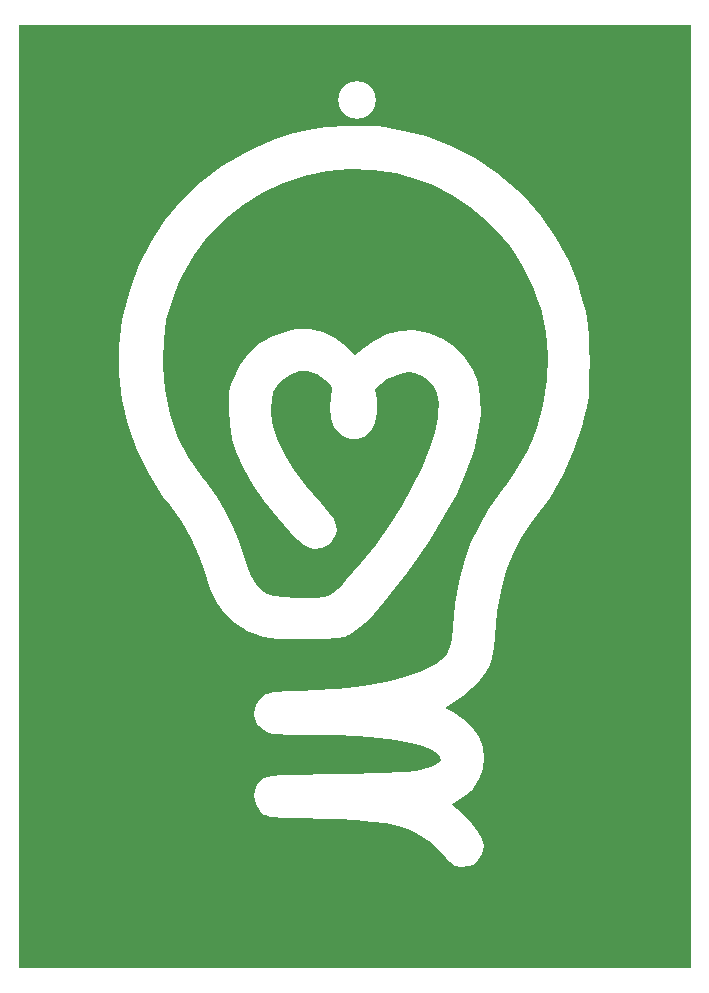
<source format=gbr>
%TF.GenerationSoftware,KiCad,Pcbnew,(6.0.8)*%
%TF.CreationDate,2022-10-01T01:52:07+02:00*%
%TF.ProjectId,ea_logobulb,65615f6c-6f67-46f6-9275-6c622e6b6963,rev?*%
%TF.SameCoordinates,Original*%
%TF.FileFunction,Legend,Top*%
%TF.FilePolarity,Positive*%
%FSLAX46Y46*%
G04 Gerber Fmt 4.6, Leading zero omitted, Abs format (unit mm)*
G04 Created by KiCad (PCBNEW (6.0.8)) date 2022-10-01 01:52:07*
%MOMM*%
%LPD*%
G01*
G04 APERTURE LIST*
%ADD10C,0.150000*%
%ADD11C,0.300000*%
%ADD12C,3.200000*%
G04 APERTURE END LIST*
D10*
%TO.C,REF\u002A\u002A*%
X138544466Y-51948980D02*
X138211133Y-51472790D01*
X137973038Y-51948980D02*
X137973038Y-50948980D01*
X138353990Y-50948980D01*
X138449228Y-50996600D01*
X138496847Y-51044219D01*
X138544466Y-51139457D01*
X138544466Y-51282314D01*
X138496847Y-51377552D01*
X138449228Y-51425171D01*
X138353990Y-51472790D01*
X137973038Y-51472790D01*
X138973038Y-51425171D02*
X139306371Y-51425171D01*
X139449228Y-51948980D02*
X138973038Y-51948980D01*
X138973038Y-50948980D01*
X139449228Y-50948980D01*
X140211133Y-51425171D02*
X139877800Y-51425171D01*
X139877800Y-51948980D02*
X139877800Y-50948980D01*
X140353990Y-50948980D01*
X140877800Y-50948980D02*
X140877800Y-51187076D01*
X140639704Y-51091838D02*
X140877800Y-51187076D01*
X141115895Y-51091838D01*
X140734942Y-51377552D02*
X140877800Y-51187076D01*
X141020657Y-51377552D01*
X141639704Y-50948980D02*
X141639704Y-51187076D01*
X141401609Y-51091838D02*
X141639704Y-51187076D01*
X141877800Y-51091838D01*
X141496847Y-51377552D02*
X141639704Y-51187076D01*
X141782561Y-51377552D01*
D11*
%TO.C,G\u002A\u002A\u002A*%
X138357428Y-88138000D02*
X138212285Y-88065428D01*
X137994571Y-88065428D01*
X137776857Y-88138000D01*
X137631714Y-88283142D01*
X137559142Y-88428285D01*
X137486571Y-88718571D01*
X137486571Y-88936285D01*
X137559142Y-89226571D01*
X137631714Y-89371714D01*
X137776857Y-89516857D01*
X137994571Y-89589428D01*
X138139714Y-89589428D01*
X138357428Y-89516857D01*
X138430000Y-89444285D01*
X138430000Y-88936285D01*
X138139714Y-88936285D01*
X139300857Y-88065428D02*
X139300857Y-88428285D01*
X138938000Y-88283142D02*
X139300857Y-88428285D01*
X139663714Y-88283142D01*
X139083142Y-88718571D02*
X139300857Y-88428285D01*
X139518571Y-88718571D01*
X140462000Y-88065428D02*
X140462000Y-88428285D01*
X140099142Y-88283142D02*
X140462000Y-88428285D01*
X140824857Y-88283142D01*
X140244285Y-88718571D02*
X140462000Y-88428285D01*
X140679714Y-88718571D01*
X141623142Y-88065428D02*
X141623142Y-88428285D01*
X141260285Y-88283142D02*
X141623142Y-88428285D01*
X141986000Y-88283142D01*
X141405428Y-88718571D02*
X141623142Y-88428285D01*
X141840857Y-88718571D01*
G36*
X168158639Y-49004713D02*
G01*
X168158639Y-128795288D01*
X111241362Y-128795288D01*
X111241362Y-76231320D01*
X119759178Y-76231320D01*
X119766118Y-78480827D01*
X120025962Y-80707096D01*
X120532784Y-82886999D01*
X121280656Y-84997409D01*
X122263654Y-87015200D01*
X123475849Y-88917243D01*
X124024000Y-89641007D01*
X125052525Y-91054205D01*
X125872522Y-92461692D01*
X126526584Y-93945390D01*
X126988067Y-95342121D01*
X127468854Y-96740718D01*
X128043036Y-97906956D01*
X128726581Y-98862925D01*
X129535455Y-99630716D01*
X130485624Y-100232419D01*
X130544347Y-100262157D01*
X131044673Y-100497646D01*
X131517144Y-100678825D01*
X132006194Y-100811804D01*
X132556256Y-100902693D01*
X133211763Y-100957600D01*
X134017150Y-100982637D01*
X135016850Y-100983911D01*
X135733983Y-100975733D01*
X136679981Y-100960716D01*
X137401694Y-100943501D01*
X137940797Y-100919735D01*
X138338968Y-100885063D01*
X138637879Y-100835131D01*
X138879208Y-100765585D01*
X139104628Y-100672070D01*
X139234555Y-100610004D01*
X139829990Y-100231801D01*
X140532662Y-99633408D01*
X141328529Y-98831345D01*
X142203551Y-97842131D01*
X143143687Y-96682285D01*
X144134895Y-95368326D01*
X145163134Y-93916773D01*
X146061853Y-92577818D01*
X147290659Y-90583143D01*
X148317224Y-88661967D01*
X149139158Y-86823729D01*
X149754070Y-85077866D01*
X150159567Y-83433815D01*
X150353259Y-81901014D01*
X150332754Y-80488900D01*
X150095662Y-79206909D01*
X149706394Y-78194765D01*
X149041593Y-77147787D01*
X148176798Y-76261662D01*
X147139229Y-75558993D01*
X145956108Y-75062386D01*
X145921548Y-75051787D01*
X144738774Y-74823763D01*
X143569008Y-74860497D01*
X142416880Y-75160912D01*
X141287024Y-75723928D01*
X140446831Y-76326173D01*
X139756396Y-76888540D01*
X139030030Y-76237405D01*
X138017199Y-75472460D01*
X136972709Y-74969634D01*
X135885589Y-74725885D01*
X134744863Y-74738170D01*
X134061869Y-74859643D01*
X132787268Y-75283558D01*
X131676426Y-75916219D01*
X130734772Y-76752665D01*
X129967733Y-77787936D01*
X129380736Y-79017071D01*
X129315707Y-79197223D01*
X129170361Y-79672887D01*
X129080542Y-80142773D01*
X129035385Y-80693504D01*
X129024026Y-81411698D01*
X129024452Y-81519372D01*
X129104130Y-82810715D01*
X129336594Y-84072056D01*
X129733649Y-85327003D01*
X130307100Y-86599166D01*
X131068750Y-87912152D01*
X132030407Y-89289572D01*
X133203873Y-90755033D01*
X134225603Y-91921163D01*
X134860102Y-92577551D01*
X135400312Y-93023952D01*
X135885250Y-93280529D01*
X136353934Y-93367443D01*
X136845382Y-93304856D01*
X136883860Y-93294802D01*
X137459755Y-93013814D01*
X137750670Y-92719142D01*
X138043577Y-92250303D01*
X138179686Y-91807881D01*
X138148675Y-91355312D01*
X137940224Y-90856030D01*
X137544013Y-90273471D01*
X136949720Y-89571067D01*
X136822532Y-89430855D01*
X135569685Y-87985420D01*
X134548895Y-86639743D01*
X133752235Y-85378924D01*
X133171776Y-84188060D01*
X132799590Y-83052252D01*
X132627750Y-81956599D01*
X132613352Y-81519372D01*
X132658720Y-80701248D01*
X132805938Y-80066994D01*
X133080142Y-79545813D01*
X133472590Y-79099149D01*
X134177575Y-78583352D01*
X134935854Y-78317784D01*
X135713734Y-78301329D01*
X136477522Y-78532874D01*
X137193526Y-79011304D01*
X137419771Y-79229671D01*
X137676750Y-79515198D01*
X137791474Y-79735648D01*
X137792813Y-80002288D01*
X137718985Y-80382822D01*
X137583585Y-81422082D01*
X137654678Y-82305933D01*
X137930722Y-83028995D01*
X138410174Y-83585886D01*
X138693829Y-83781985D01*
X139315219Y-84051610D01*
X139877830Y-84079830D01*
X140430539Y-83868445D01*
X140465875Y-83847316D01*
X141041388Y-83347668D01*
X141420516Y-82678411D01*
X141597773Y-81855127D01*
X141567675Y-80893398D01*
X141549672Y-80768158D01*
X141399301Y-79798996D01*
X141912740Y-79363003D01*
X142452750Y-78993177D01*
X143099339Y-78680280D01*
X143749578Y-78466669D01*
X144266836Y-78394241D01*
X144782654Y-78488627D01*
X145360754Y-78734452D01*
X145896957Y-79075721D01*
X146287085Y-79456437D01*
X146314168Y-79494693D01*
X146628646Y-80171177D01*
X146788174Y-81009882D01*
X146783078Y-81950242D01*
X146750411Y-82226476D01*
X146473989Y-83527625D01*
X146007621Y-84961429D01*
X145369888Y-86495450D01*
X144579371Y-88097249D01*
X143654653Y-89734390D01*
X142614313Y-91374433D01*
X141476934Y-92984941D01*
X140261096Y-94533475D01*
X138985381Y-95987598D01*
X138686181Y-96304518D01*
X138236894Y-96754021D01*
X137839763Y-97083995D01*
X137441987Y-97310758D01*
X136990762Y-97450627D01*
X136433287Y-97519919D01*
X135716760Y-97534950D01*
X134788376Y-97512038D01*
X134779581Y-97511733D01*
X133722939Y-97452281D01*
X132887885Y-97335305D01*
X132233482Y-97129766D01*
X131718795Y-96804630D01*
X131302888Y-96328857D01*
X130944824Y-95671411D01*
X130603667Y-94801254D01*
X130398424Y-94189990D01*
X129872525Y-92680591D01*
X129324252Y-91360930D01*
X128713736Y-90155354D01*
X128001106Y-88988211D01*
X127146493Y-87783846D01*
X126750103Y-87267230D01*
X125593503Y-85580167D01*
X124683849Y-83795041D01*
X124020798Y-81910844D01*
X123604009Y-79926566D01*
X123433139Y-77841198D01*
X123428489Y-77463351D01*
X123504856Y-75636331D01*
X123753303Y-73953644D01*
X124190067Y-72344100D01*
X124831381Y-70736507D01*
X125082246Y-70211280D01*
X126098980Y-68446025D01*
X127303201Y-66853995D01*
X128674452Y-65442585D01*
X130192278Y-64219191D01*
X131836226Y-63191206D01*
X133585838Y-62366027D01*
X135420661Y-61751048D01*
X137320239Y-61353665D01*
X139264116Y-61181271D01*
X141231838Y-61241262D01*
X143202950Y-61541034D01*
X145156995Y-62087980D01*
X146310404Y-62536866D01*
X147925680Y-63362411D01*
X149494656Y-64409050D01*
X150960770Y-65632107D01*
X152267457Y-66986905D01*
X152837916Y-67692587D01*
X153338166Y-68429591D01*
X153868881Y-69342487D01*
X154390103Y-70350690D01*
X154861872Y-71373617D01*
X155244230Y-72330683D01*
X155448280Y-72956776D01*
X155876322Y-74954819D01*
X156052300Y-77002545D01*
X155978210Y-79070937D01*
X155656046Y-81130972D01*
X155087801Y-83153633D01*
X154673258Y-84234532D01*
X154268708Y-85124839D01*
X153812720Y-85982059D01*
X153269303Y-86865713D01*
X152602465Y-87835323D01*
X152003380Y-88649834D01*
X151009059Y-90073854D01*
X150176303Y-91498030D01*
X149492074Y-92961701D01*
X148943339Y-94504206D01*
X148517061Y-96164885D01*
X148200203Y-97983075D01*
X147979732Y-99998115D01*
X147906358Y-101013757D01*
X147788380Y-101687917D01*
X147503488Y-102243984D01*
X147015086Y-102737609D01*
X146563146Y-103056442D01*
X145392751Y-103674454D01*
X143977577Y-104197726D01*
X142321690Y-104625418D01*
X140429152Y-104956691D01*
X138304027Y-105190703D01*
X135950380Y-105326617D01*
X135510995Y-105340372D01*
X134536642Y-105370474D01*
X133788599Y-105402686D01*
X133227213Y-105440900D01*
X132812833Y-105489004D01*
X132505804Y-105550891D01*
X132266476Y-105630451D01*
X132183483Y-105666849D01*
X131635272Y-106047727D01*
X131304833Y-106579642D01*
X131189206Y-107267456D01*
X131189005Y-107300970D01*
X131234254Y-107765933D01*
X131408581Y-108135598D01*
X131598898Y-108374342D01*
X131978483Y-108708770D01*
X132402590Y-108945122D01*
X132496542Y-108976657D01*
X132773873Y-109017238D01*
X133269532Y-109053087D01*
X133935893Y-109082257D01*
X134725328Y-109102802D01*
X135590214Y-109112777D01*
X135843456Y-109113412D01*
X138025658Y-109140422D01*
X139982850Y-109218876D01*
X141709638Y-109348000D01*
X143200627Y-109527017D01*
X144450424Y-109755151D01*
X145453635Y-110031626D01*
X146204866Y-110355667D01*
X146639607Y-110666332D01*
X146927416Y-110995478D01*
X146978232Y-111244450D01*
X146784077Y-111465704D01*
X146492276Y-111635174D01*
X146147095Y-111792394D01*
X145760749Y-111926003D01*
X145308555Y-112038302D01*
X144765835Y-112131594D01*
X144107907Y-112208180D01*
X143310092Y-112270365D01*
X142347709Y-112320449D01*
X141196078Y-112360736D01*
X139830519Y-112393528D01*
X138226352Y-112421126D01*
X138037697Y-112423894D01*
X136663375Y-112444489D01*
X135529601Y-112463712D01*
X134610970Y-112482967D01*
X133882074Y-112503658D01*
X133317509Y-112527189D01*
X132891868Y-112554964D01*
X132579745Y-112588388D01*
X132355734Y-112628864D01*
X132194428Y-112677796D01*
X132070423Y-112736590D01*
X132038182Y-112755460D01*
X131533260Y-113203514D01*
X131250231Y-113794530D01*
X131189005Y-114300000D01*
X131306313Y-114983690D01*
X131652087Y-115536426D01*
X132038182Y-115844407D01*
X132178282Y-115916462D01*
X132355769Y-115974923D01*
X132601185Y-116022101D01*
X132945074Y-116060309D01*
X133417977Y-116091858D01*
X134050438Y-116119060D01*
X134872999Y-116144227D01*
X135916202Y-116169670D01*
X136508377Y-116182748D01*
X138295018Y-116235472D01*
X139842779Y-116315700D01*
X141177982Y-116430767D01*
X142326949Y-116588007D01*
X143316003Y-116794757D01*
X144171466Y-117058350D01*
X144919660Y-117386121D01*
X145586908Y-117785405D01*
X146199533Y-118263537D01*
X146783855Y-118827852D01*
X147052646Y-119120939D01*
X147445343Y-119543276D01*
X147801686Y-119891436D01*
X148066844Y-120113284D01*
X148144503Y-120159143D01*
X148696971Y-120268555D01*
X149301964Y-120214519D01*
X149686307Y-120078361D01*
X150157179Y-119694646D01*
X150477832Y-119144761D01*
X150603817Y-118506570D01*
X150604215Y-118470389D01*
X150490961Y-117947204D01*
X150163852Y-117327224D01*
X149643126Y-116639908D01*
X148949021Y-115914713D01*
X148675782Y-115663554D01*
X148317971Y-115333403D01*
X148062510Y-115075880D01*
X147953150Y-114935808D01*
X147954043Y-114924161D01*
X148092852Y-114837989D01*
X148387068Y-114665268D01*
X148624955Y-114528227D01*
X149087388Y-114212973D01*
X149529809Y-113832347D01*
X149668693Y-113687096D01*
X150238039Y-112856930D01*
X150566921Y-111965120D01*
X150663666Y-111044053D01*
X150536602Y-110126115D01*
X150194056Y-109243691D01*
X149644356Y-108429169D01*
X148895829Y-107714934D01*
X147987353Y-107148422D01*
X147298266Y-106806381D01*
X148120337Y-106330939D01*
X148884250Y-105811638D01*
X149633482Y-105164415D01*
X150304754Y-104453737D01*
X150834784Y-103744073D01*
X151066066Y-103329996D01*
X151226998Y-102956762D01*
X151343536Y-102589933D01*
X151428193Y-102163977D01*
X151493477Y-101613360D01*
X151551901Y-100872550D01*
X151561126Y-100736803D01*
X151758039Y-98704638D01*
X152067651Y-96886639D01*
X152500475Y-95251419D01*
X153067023Y-93767587D01*
X153777809Y-92403756D01*
X154643345Y-91128536D01*
X154880811Y-90825283D01*
X156216141Y-88997468D01*
X157320084Y-87112139D01*
X158214837Y-85123461D01*
X158922604Y-82985601D01*
X159197728Y-81913029D01*
X159325228Y-81352651D01*
X159420162Y-80871195D01*
X159487380Y-80412526D01*
X159531731Y-79920506D01*
X159558065Y-79338998D01*
X159571231Y-78611865D01*
X159576079Y-77682970D01*
X159576376Y-77529843D01*
X159569243Y-76339249D01*
X159537256Y-75350922D01*
X159471269Y-74501627D01*
X159362136Y-73728127D01*
X159200711Y-72967186D01*
X158977847Y-72155568D01*
X158684399Y-71230037D01*
X158650363Y-71127411D01*
X157808024Y-69002013D01*
X156739414Y-67013541D01*
X155440872Y-65156272D01*
X153908739Y-63424483D01*
X153417621Y-62942458D01*
X151707879Y-61497289D01*
X149835902Y-60254673D01*
X147824063Y-59225698D01*
X145694737Y-58421455D01*
X143470298Y-57853031D01*
X142958115Y-57758620D01*
X142289370Y-57652493D01*
X141691874Y-57581498D01*
X141091759Y-57541829D01*
X140415156Y-57529683D01*
X139588195Y-57541255D01*
X139035079Y-57556579D01*
X137283630Y-57661749D01*
X135705373Y-57876046D01*
X134223153Y-58219446D01*
X132759814Y-58711926D01*
X131238202Y-59373462D01*
X130391100Y-59794624D01*
X128464350Y-60934839D01*
X126690702Y-62282175D01*
X125084732Y-63816710D01*
X123661020Y-65518517D01*
X122434143Y-67367671D01*
X121418681Y-69344247D01*
X120629212Y-71428319D01*
X120080314Y-73599963D01*
X120011070Y-73981702D01*
X119759178Y-76231320D01*
X111241362Y-76231320D01*
X111241362Y-49004713D01*
X168158639Y-49004713D01*
G37*
%TD*%
%LPC*%
D12*
%TO.C,REF\u002A\u002A*%
X139877800Y-55346600D03*
%TD*%
M02*

</source>
